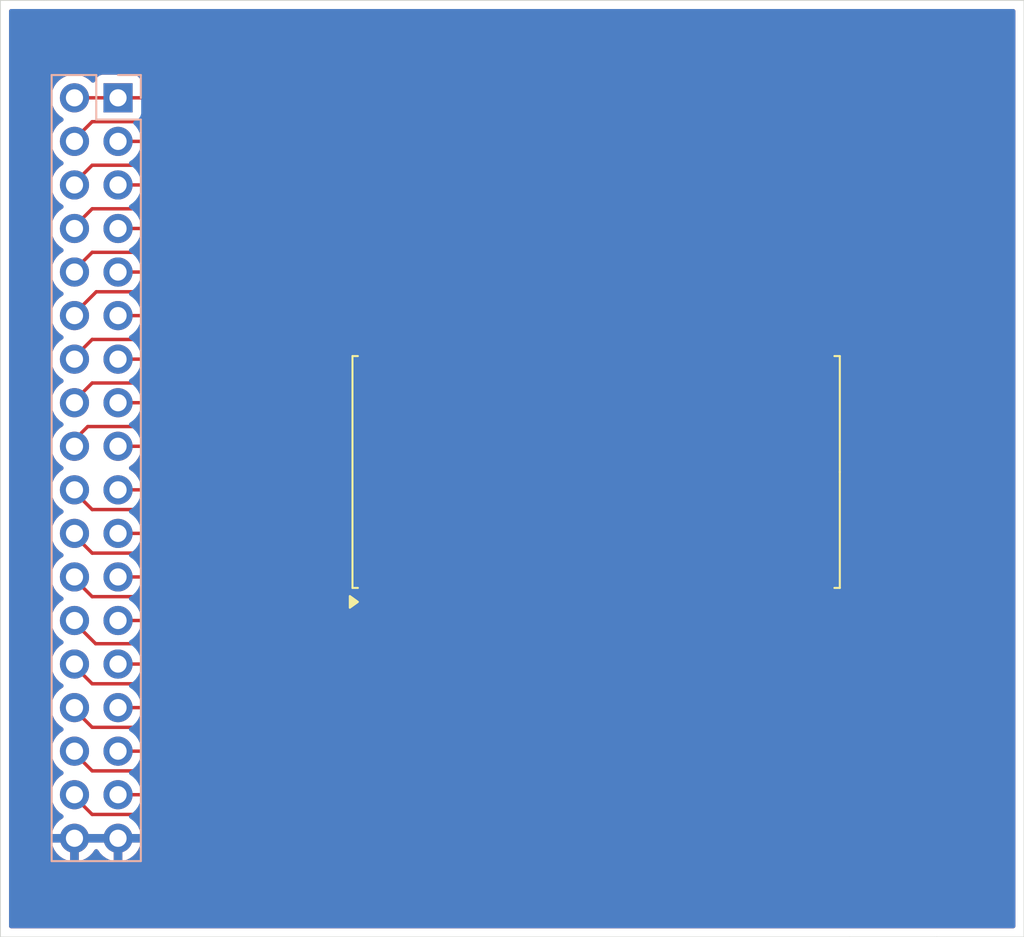
<source format=kicad_pcb>
(kicad_pcb (version 20240108) (generator "pcbnew") (generator_version "8.0")
  (layers (0 "F.Cu" signal) (31 "B.Cu" signal) (34 "B.Paste" user) (35 "F.Paste" user) (36 "B.SilkS" user "B.Silkscreen") (37 "F.SilkS" user "F.Silkscreen") (38 "B.Mask" user) (39 "F.Mask" user) (44 "Edge.Cuts" user))
  (net 0 "")
  (net 1 "GND")
  (net 2 "+5V")
  (net 3 "Net-(U1-D22)")
  (net 11 "Net-(U1-D23)")
  (net 12 "Net-(U1-D25)")
  (net 13 "Net-(U1-D24)")
  (net 14 "Net-(U1-D26)")
  (net 15 "Net-(U1-D27)")
  (net 16 "Net-(U1-D31)")
  (net 17 "Net-(U1-D29)")
  (net 18 "Net-(U1-D32)")
  (net 19 "Net-(U1-D33)")
  (net 20 "Net-(U1-D34)")
  (net 21 "Net-(U1-D35)")
  (net 22 "Net-(U1-D36)")
  (net 23 "Net-(U1-D37)")
  (net 24 "Net-(U1-D52)")
  (net 25 "Net-(U1-D53)")
  (net 26 "Net-(U1-D50)")
  (net 27 "Net-(U1-D51)")
  (net 28 "Net-(U1-D48)")
  (net 29 "Net-(U1-D49)")
  (net 30 "Net-(U1-D47)")
  (net 31 "Net-(U1-D39)")
  (net 32 "Net-(U1-D38)")
  (net 33 "Net-(U1-D45)")
  (net 34 "Net-(U1-D41)")
  (net 35 "Net-(U1-D43)")
  (net 36 "Net-(U1-D42)")
  (net 37 "Net-(U1-D46)")
  (net 38 "Net-(U1-D44)")
  (net 39 "Net-(U1-D40)")
  (net 40 "Net-(U1-D30)")
  (net 41 "Net-(U1-D28)")
  (footprint "Package_SO:SOP-44_13.3x28.2mm_P1.27mm" (layer "F.Cu") (at 146.5 91 90)
    (property "Reference" "U2" (hide yes))
    (property "Value" "~")
    (fp_line (start 6.76 -14.21) (end 6.76 -13.895) (stroke (width 0.12)) (layer "F.SilkS"))
    (fp_line (start 0 -14.21) (end 6.76 -14.21) (stroke (width 0.12)) (layer "F.SilkS"))
    (fp_line (start 0 -14.21) (end -6.76 -14.21) (stroke (width 0.12)) (layer "F.SilkS"))
    (fp_line (start -6.76 -14.21) (end -6.76 -13.895) (stroke (width 0.12)) (layer "F.SilkS"))
    (fp_line (start 6.76 14.21) (end 6.76 13.895) (stroke (width 0.12)) (layer "F.SilkS"))
    (fp_line (start 0 14.21) (end 6.76 14.21) (stroke (width 0.12)) (layer "F.SilkS"))
    (fp_line (start 0 14.21) (end -6.76 14.21) (stroke (width 0.12)) (layer "F.SilkS"))
    (fp_line (start -6.76 14.21) (end -6.76 13.895) (stroke (width 0.12)) (layer "F.SilkS"))
    (fp_poly (pts (xy -7.575 -13.895) (xy -7.915 -14.365) (xy -7.235 -14.365) (xy -7.575 -13.895)) (stroke (width 0.12)) (fill solid) (layer "F.SilkS"))
    (pad "1" smd roundrect (at -7.575 -13.335 90) (size 1.85 0.6) (layers "F.Cu" "F.Paste" "F.Mask"))
    (pad "2" smd roundrect (at -7.575 -12.065 90) (size 1.85 0.6) (layers "F.Cu" "F.Paste" "F.Mask") (net 33 "Net-(U1-D45)"))
    (pad "3" smd roundrect (at -7.575 -10.795 90) (size 1.85 0.6) (layers "F.Cu" "F.Paste" "F.Mask") (net 36 "Net-(U1-D42)"))
    (pad "4" smd roundrect (at -7.575 -9.525 90) (size 1.85 0.6) (layers "F.Cu" "F.Paste" "F.Mask") (net 35 "Net-(U1-D43)"))
    (pad "5" smd roundrect (at -7.575 -8.255 90) (size 1.85 0.6) (layers "F.Cu" "F.Paste" "F.Mask") (net 39 "Net-(U1-D40)"))
    (pad "6" smd roundrect (at -7.575 -6.985 90) (size 1.85 0.6) (layers "F.Cu" "F.Paste" "F.Mask") (net 34 "Net-(U1-D41)"))
    (pad "7" smd roundrect (at -7.575 -5.715 90) (size 1.85 0.6) (layers "F.Cu" "F.Paste" "F.Mask") (net 32 "Net-(U1-D38)"))
    (pad "8" smd roundrect (at -7.575 -4.445 90) (size 1.85 0.6) (layers "F.Cu" "F.Paste" "F.Mask") (net 31 "Net-(U1-D39)"))
    (pad "9" smd roundrect (at -7.575 -3.175 90) (size 1.85 0.6) (layers "F.Cu" "F.Paste" "F.Mask") (net 38 "Net-(U1-D44)"))
    (pad "10" smd roundrect (at -7.575 -1.905 90) (size 1.85 0.6) (layers "F.Cu" "F.Paste" "F.Mask") (net 30 "Net-(U1-D47)"))
    (pad "11" smd roundrect (at -7.575 -0.635 90) (size 1.85 0.6) (layers "F.Cu" "F.Paste" "F.Mask") (net 37 "Net-(U1-D46)"))
    (pad "12" smd roundrect (at -7.575 0.635 90) (size 1.85 0.6) (layers "F.Cu" "F.Paste" "F.Mask") (net 29 "Net-(U1-D49)"))
    (pad "13" smd roundrect (at -7.575 1.905 90) (size 1.85 0.6) (layers "F.Cu" "F.Paste" "F.Mask") (net 1 "GND"))
    (pad "14" smd roundrect (at -7.575 3.175 90) (size 1.85 0.6) (layers "F.Cu" "F.Paste" "F.Mask") (net 28 "Net-(U1-D48)"))
    (pad "15" smd roundrect (at -7.575 4.445 90) (size 1.85 0.6) (layers "F.Cu" "F.Paste" "F.Mask") (net 27 "Net-(U1-D51)"))
    (pad "16" smd roundrect (at -7.575 5.715 90) (size 1.85 0.6) (layers "F.Cu" "F.Paste" "F.Mask"))
    (pad "17" smd roundrect (at -7.575 6.985 90) (size 1.85 0.6) (layers "F.Cu" "F.Paste" "F.Mask") (net 26 "Net-(U1-D50)"))
    (pad "18" smd roundrect (at -7.575 8.255 90) (size 1.85 0.6) (layers "F.Cu" "F.Paste" "F.Mask"))
    (pad "19" smd roundrect (at -7.575 9.525 90) (size 1.85 0.6) (layers "F.Cu" "F.Paste" "F.Mask") (net 25 "Net-(U1-D53)"))
    (pad "20" smd roundrect (at -7.575 10.795 90) (size 1.85 0.6) (layers "F.Cu" "F.Paste" "F.Mask"))
    (pad "21" smd roundrect (at -7.575 12.065 90) (size 1.85 0.6) (layers "F.Cu" "F.Paste" "F.Mask") (net 24 "Net-(U1-D52)"))
    (pad "22" smd roundrect (at -7.575 13.335 90) (size 1.85 0.6) (layers "F.Cu" "F.Paste" "F.Mask"))
    (pad "23" smd roundrect (at 7.575 13.335 90) (size 1.85 0.6) (layers "F.Cu" "F.Paste" "F.Mask") (net 2 "+5V"))
    (pad "24" smd roundrect (at 7.575 12.065 90) (size 1.85 0.6) (layers "F.Cu" "F.Paste" "F.Mask") (net 3 "Net-(U1-D22)"))
    (pad "25" smd roundrect (at 7.575 10.795 90) (size 1.85 0.6) (layers "F.Cu" "F.Paste" "F.Mask"))
    (pad "26" smd roundrect (at 7.575 9.525 90) (size 1.85 0.6) (layers "F.Cu" "F.Paste" "F.Mask") (net 11 "Net-(U1-D23)"))
    (pad "27" smd roundrect (at 7.575 8.255 90) (size 1.85 0.6) (layers "F.Cu" "F.Paste" "F.Mask"))
    (pad "28" smd roundrect (at 7.575 6.985 90) (size 1.85 0.6) (layers "F.Cu" "F.Paste" "F.Mask") (net 13 "Net-(U1-D24)"))
    (pad "29" smd roundrect (at 7.575 5.715 90) (size 1.85 0.6) (layers "F.Cu" "F.Paste" "F.Mask"))
    (pad "30" smd roundrect (at 7.575 4.445 90) (size 1.85 0.6) (layers "F.Cu" "F.Paste" "F.Mask") (net 12 "Net-(U1-D25)"))
    (pad "31" smd roundrect (at 7.575 3.175 90) (size 1.85 0.6) (layers "F.Cu" "F.Paste" "F.Mask") (net 14 "Net-(U1-D26)"))
    (pad "32" smd roundrect (at 7.575 1.905 90) (size 1.85 0.6) (layers "F.Cu" "F.Paste" "F.Mask") (net 1 "GND"))
    (pad "33" smd roundrect (at 7.575 0.635 90) (size 1.85 0.6) (layers "F.Cu" "F.Paste" "F.Mask") (net 1 "GND"))
    (pad "34" smd roundrect (at 7.575 -0.635 90) (size 1.85 0.6) (layers "F.Cu" "F.Paste" "F.Mask") (net 15 "Net-(U1-D27)"))
    (pad "35" smd roundrect (at 7.575 -1.905 90) (size 1.85 0.6) (layers "F.Cu" "F.Paste" "F.Mask") (net 41 "Net-(U1-D28)"))
    (pad "36" smd roundrect (at 7.575 -3.175 90) (size 1.85 0.6) (layers "F.Cu" "F.Paste" "F.Mask") (net 17 "Net-(U1-D29)"))
    (pad "37" smd roundrect (at 7.575 -4.445 90) (size 1.85 0.6) (layers "F.Cu" "F.Paste" "F.Mask") (net 40 "Net-(U1-D30)"))
    (pad "38" smd roundrect (at 7.575 -5.715 90) (size 1.85 0.6) (layers "F.Cu" "F.Paste" "F.Mask") (net 23 "Net-(U1-D37)"))
    (pad "39" smd roundrect (at 7.575 -6.985 90) (size 1.85 0.6) (layers "F.Cu" "F.Paste" "F.Mask") (net 22 "Net-(U1-D36)"))
    (pad "40" smd roundrect (at 7.575 -8.255 90) (size 1.85 0.6) (layers "F.Cu" "F.Paste" "F.Mask") (net 21 "Net-(U1-D35)"))
    (pad "41" smd roundrect (at 7.575 -9.525 90) (size 1.85 0.6) (layers "F.Cu" "F.Paste" "F.Mask") (net 20 "Net-(U1-D34)"))
    (pad "42" smd roundrect (at 7.575 -10.795 90) (size 1.85 0.6) (layers "F.Cu" "F.Paste" "F.Mask") (net 19 "Net-(U1-D33)"))
    (pad "43" smd roundrect (at 7.575 -12.065 90) (size 1.85 0.6) (layers "F.Cu" "F.Paste" "F.Mask") (net 18 "Net-(U1-D32)"))
    (pad "44" smd roundrect (at 7.575 -13.335 90) (size 1.85 0.6) (layers "F.Cu" "F.Paste" "F.Mask") (net 16 "Net-(U1-D31)"))
  )
  (footprint "Connector_PinHeader_2.54mm:PinHeader_2x18_P2.54mm_Vertical" (layer "B.Cu") (at 118.618 69.18 180)
    (property "Reference" "U1" (hide yes))
    (property "Value" "~")
    (fp_line (start 3.87 1.33) (end 1.27 1.33) (stroke (width 0.12)) (layer "B.SilkS"))
    (fp_line (start 3.87 -44.51) (end 3.87 1.33) (stroke (width 0.12)) (layer "B.SilkS"))
    (fp_line (start 3.87 -44.51) (end -1.33 -44.51) (stroke (width 0.12)) (layer "B.SilkS"))
    (fp_line (start 1.27 1.33) (end 1.27 -1.27) (stroke (width 0.12)) (layer "B.SilkS"))
    (fp_line (start 1.27 -1.27) (end -1.33 -1.27) (stroke (width 0.12)) (layer "B.SilkS"))
    (fp_line (start 0 1.33) (end -1.33 1.33) (stroke (width 0.12)) (layer "B.SilkS"))
    (fp_line (start -1.33 1.33) (end -1.33 0) (stroke (width 0.12)) (layer "B.SilkS"))
    (fp_line (start -1.33 -44.51) (end -1.33 -1.27) (stroke (width 0.12)) (layer "B.SilkS"))
    (pad "1" thru_hole rect (at 0 0 180) (size 1.7 1.7) (drill 1) (layers "*.Cu" "*.Mask") (net 2 "+5V"))
    (pad "2" thru_hole oval (at 2.54 0 180) (size 1.7 1.7) (drill 1) (layers "*.Cu" "*.Mask") (net 2 "+5V"))
    (pad "3" thru_hole oval (at 0 -2.54 180) (size 1.7 1.7) (drill 1) (layers "*.Cu" "*.Mask") (net 11 "Net-(U1-D23)"))
    (pad "4" thru_hole oval (at 2.54 -2.54 180) (size 1.7 1.7) (drill 1) (layers "*.Cu" "*.Mask") (net 3 "Net-(U1-D22)"))
    (pad "5" thru_hole oval (at 0 -5.08 180) (size 1.7 1.7) (drill 1) (layers "*.Cu" "*.Mask") (net 12 "Net-(U1-D25)"))
    (pad "6" thru_hole oval (at 2.54 -5.08 180) (size 1.7 1.7) (drill 1) (layers "*.Cu" "*.Mask") (net 13 "Net-(U1-D24)"))
    (pad "7" thru_hole oval (at 0 -7.62 180) (size 1.7 1.7) (drill 1) (layers "*.Cu" "*.Mask") (net 15 "Net-(U1-D27)"))
    (pad "8" thru_hole oval (at 2.54 -7.62 180) (size 1.7 1.7) (drill 1) (layers "*.Cu" "*.Mask") (net 14 "Net-(U1-D26)"))
    (pad "9" thru_hole oval (at 0 -10.16 180) (size 1.7 1.7) (drill 1) (layers "*.Cu" "*.Mask") (net 17 "Net-(U1-D29)"))
    (pad "10" thru_hole oval (at 2.54 -10.16 180) (size 1.7 1.7) (drill 1) (layers "*.Cu" "*.Mask") (net 41 "Net-(U1-D28)"))
    (pad "11" thru_hole oval (at 0 -12.7 180) (size 1.7 1.7) (drill 1) (layers "*.Cu" "*.Mask") (net 16 "Net-(U1-D31)"))
    (pad "12" thru_hole oval (at 2.54 -12.7 180) (size 1.7 1.7) (drill 1) (layers "*.Cu" "*.Mask") (net 40 "Net-(U1-D30)"))
    (pad "13" thru_hole oval (at 0 -15.24 180) (size 1.7 1.7) (drill 1) (layers "*.Cu" "*.Mask") (net 19 "Net-(U1-D33)"))
    (pad "14" thru_hole oval (at 2.54 -15.24 180) (size 1.7 1.7) (drill 1) (layers "*.Cu" "*.Mask") (net 18 "Net-(U1-D32)"))
    (pad "15" thru_hole oval (at 0 -17.78 180) (size 1.7 1.7) (drill 1) (layers "*.Cu" "*.Mask") (net 21 "Net-(U1-D35)"))
    (pad "16" thru_hole oval (at 2.54 -17.78 180) (size 1.7 1.7) (drill 1) (layers "*.Cu" "*.Mask") (net 20 "Net-(U1-D34)"))
    (pad "17" thru_hole oval (at 0 -20.32 180) (size 1.7 1.7) (drill 1) (layers "*.Cu" "*.Mask") (net 23 "Net-(U1-D37)"))
    (pad "18" thru_hole oval (at 2.54 -20.32 180) (size 1.7 1.7) (drill 1) (layers "*.Cu" "*.Mask") (net 22 "Net-(U1-D36)"))
    (pad "19" thru_hole oval (at 0 -22.86 180) (size 1.7 1.7) (drill 1) (layers "*.Cu" "*.Mask") (net 31 "Net-(U1-D39)"))
    (pad "20" thru_hole oval (at 2.54 -22.86 180) (size 1.7 1.7) (drill 1) (layers "*.Cu" "*.Mask") (net 32 "Net-(U1-D38)"))
    (pad "21" thru_hole oval (at 0 -25.4 180) (size 1.7 1.7) (drill 1) (layers "*.Cu" "*.Mask") (net 34 "Net-(U1-D41)"))
    (pad "22" thru_hole oval (at 2.54 -25.4 180) (size 1.7 1.7) (drill 1) (layers "*.Cu" "*.Mask") (net 39 "Net-(U1-D40)"))
    (pad "23" thru_hole oval (at 0 -27.94 180) (size 1.7 1.7) (drill 1) (layers "*.Cu" "*.Mask") (net 35 "Net-(U1-D43)"))
    (pad "24" thru_hole oval (at 2.54 -27.94 180) (size 1.7 1.7) (drill 1) (layers "*.Cu" "*.Mask") (net 36 "Net-(U1-D42)"))
    (pad "25" thru_hole oval (at 0 -30.48 180) (size 1.7 1.7) (drill 1) (layers "*.Cu" "*.Mask") (net 33 "Net-(U1-D45)"))
    (pad "26" thru_hole oval (at 2.54 -30.48 180) (size 1.7 1.7) (drill 1) (layers "*.Cu" "*.Mask") (net 38 "Net-(U1-D44)"))
    (pad "27" thru_hole oval (at 0 -33.02 180) (size 1.7 1.7) (drill 1) (layers "*.Cu" "*.Mask") (net 30 "Net-(U1-D47)"))
    (pad "28" thru_hole oval (at 2.54 -33.02 180) (size 1.7 1.7) (drill 1) (layers "*.Cu" "*.Mask") (net 37 "Net-(U1-D46)"))
    (pad "29" thru_hole oval (at 0 -35.56 180) (size 1.7 1.7) (drill 1) (layers "*.Cu" "*.Mask") (net 29 "Net-(U1-D49)"))
    (pad "30" thru_hole oval (at 2.54 -35.56 180) (size 1.7 1.7) (drill 1) (layers "*.Cu" "*.Mask") (net 28 "Net-(U1-D48)"))
    (pad "31" thru_hole oval (at 0 -38.1 180) (size 1.7 1.7) (drill 1) (layers "*.Cu" "*.Mask") (net 27 "Net-(U1-D51)"))
    (pad "32" thru_hole oval (at 2.54 -38.1 180) (size 1.7 1.7) (drill 1) (layers "*.Cu" "*.Mask") (net 26 "Net-(U1-D50)"))
    (pad "33" thru_hole oval (at 0 -40.64 180) (size 1.7 1.7) (drill 1) (layers "*.Cu" "*.Mask") (net 25 "Net-(U1-D53)"))
    (pad "34" thru_hole oval (at 2.54 -40.64 180) (size 1.7 1.7) (drill 1) (layers "*.Cu" "*.Mask") (net 24 "Net-(U1-D52)"))
    (pad "35" thru_hole oval (at 0 -43.18 180) (size 1.7 1.7) (drill 1) (layers "*.Cu" "*.Mask") (net 1 "GND"))
    (pad "36" thru_hole oval (at 2.54 -43.18 180) (size 1.7 1.7) (drill 1) (layers "*.Cu" "*.Mask") (net 1 "GND"))
  )
  (gr_line (start 111.76 63.5) (end 111.76 116.84) (stroke (width 0.05)) (layer "Edge.Cuts"))
  (gr_line (start 114.3 63.5) (end 111.76 63.5) (stroke (width 0.05)) (layer "Edge.Cuts"))
  (gr_line (start 171.45 118.11) (end 171.45 69.85) (stroke (width 0.05)) (layer "Edge.Cuts"))
  (gr_line (start 111.76 116.84) (end 111.76 118.11) (stroke (width 0.05)) (layer "Edge.Cuts"))
  (gr_line (start 166.37 118.11) (end 171.45 118.11) (stroke (width 0.05)) (layer "Edge.Cuts"))
  (gr_line (start 111.76 118.11) (end 161.29 118.11) (stroke (width 0.05)) (layer "Edge.Cuts"))
  (gr_line (start 161.29 118.11) (end 166.37 118.11) (stroke (width 0.05)) (layer "Edge.Cuts"))
  (gr_line (start 171.45 63.5) (end 114.3 63.5) (stroke (width 0.05)) (layer "Edge.Cuts"))
  (gr_line (start 171.45 69.85) (end 171.45 63.5) (stroke (width 0.05)) (layer "Edge.Cuts"))
  (segment (start 120.996 69.18) (end 115.96 69.18) (width 0.2) (layer "F.Cu") (net 2))
  (segment (start 128.486 76.67) (end 120.996 69.18) (width 0.2) (layer "F.Cu") (net 2))
  (segment (start 155.021902 76.67) (end 128.486 76.67) (width 0.2) (layer "F.Cu") (net 2))
  (segment (start 159.835 81.483098) (end 155.021902 76.67) (width 0.2) (layer "F.Cu") (net 2))
  (segment (start 159.835 83.425) (end 159.835 81.483098) (width 0.2) (layer "F.Cu") (net 2))
  (segment (start 154.145244 77.07) (end 128.320314 77.07) (width 0.2) (layer "F.Cu") (net 3))
  (segment (start 128.320314 77.07) (end 121.820314 70.57) (width 0.2) (layer "F.Cu") (net 3))
  (segment (start 158.565 83.425) (end 158.565 81.489756) (width 0.2) (layer "F.Cu") (net 3))
  (segment (start 117.11 70.57) (end 115.96 71.72) (width 0.2) (layer "F.Cu") (net 3))
  (segment (start 121.820314 70.57) (end 117.11 70.57) (width 0.2) (layer "F.Cu") (net 3))
  (segment (start 158.565 81.489756) (end 154.145244 77.07) (width 0.2) (layer "F.Cu") (net 3))
  (segment (start 151.990943 77.47) (end 128.154628 77.47) (width 0.2) (layer "F.Cu") (net 11))
  (segment (start 128.154628 77.47) (end 122.404628 71.72) (width 0.2) (layer "F.Cu") (net 11))
  (segment (start 156.025 83.425) (end 156.025 81.504057) (width 0.2) (layer "F.Cu") (net 11))
  (segment (start 122.404628 71.72) (end 118.5 71.72) (width 0.2) (layer "F.Cu") (net 11))
  (segment (start 156.025 81.504057) (end 151.990943 77.47) (width 0.2) (layer "F.Cu") (net 11))
  (segment (start 123.813256 74.26) (end 118.5 74.26) (width 0.2) (layer "F.Cu") (net 12))
  (segment (start 150.945 83.425) (end 150.945 81.508295) (width 0.2) (layer "F.Cu") (net 12))
  (segment (start 150.945 81.508295) (end 147.776705 78.34) (width 0.2) (layer "F.Cu") (net 12))
  (segment (start 127.893256 78.34) (end 123.813256 74.26) (width 0.2) (layer "F.Cu") (net 12))
  (segment (start 147.776705 78.34) (end 127.893256 78.34) (width 0.2) (layer "F.Cu") (net 12))
  (segment (start 149.879629 77.94) (end 128.058942 77.94) (width 0.2) (layer "F.Cu") (net 13))
  (segment (start 117.11 73.11) (end 115.96 74.26) (width 0.2) (layer "F.Cu") (net 13))
  (segment (start 128.058942 77.94) (end 123.228942 73.11) (width 0.2) (layer "F.Cu") (net 13))
  (segment (start 153.485 83.425) (end 153.485 81.545371) (width 0.2) (layer "F.Cu") (net 13))
  (segment (start 123.228942 73.11) (end 117.11 73.11) (width 0.2) (layer "F.Cu") (net 13))
  (segment (start 153.485 81.545371) (end 149.879629 77.94) (width 0.2) (layer "F.Cu") (net 13))
  (segment (start 127.72757 78.74) (end 124.63757 75.65) (width 0.2) (layer "F.Cu") (net 14))
  (segment (start 124.63757 75.65) (end 117.11 75.65) (width 0.2) (layer "F.Cu") (net 14))
  (segment (start 146.911245 78.74) (end 127.72757 78.74) (width 0.2) (layer "F.Cu") (net 14))
  (segment (start 149.675 83.425) (end 149.675 81.503755) (width 0.2) (layer "F.Cu") (net 14))
  (segment (start 149.675 81.503755) (end 146.911245 78.74) (width 0.2) (layer "F.Cu") (net 14))
  (segment (start 117.11 75.65) (end 115.96 76.8) (width 0.2) (layer "F.Cu") (net 14))
  (segment (start 145.865 81.462138) (end 145.865 83.425) (width 0.2) (layer "F.Cu") (net 15))
  (segment (start 125.221884 76.8) (end 127.631884 79.21) (width 0.2) (layer "F.Cu") (net 15))
  (segment (start 143.612862 79.21) (end 145.865 81.462138) (width 0.2) (layer "F.Cu") (net 15))
  (segment (start 127.631884 79.21) (end 143.612862 79.21) (width 0.2) (layer "F.Cu") (net 15))
  (segment (start 118.5 76.8) (end 125.221884 76.8) (width 0.2) (layer "F.Cu") (net 15))
  (segment (start 128.502 87.1) (end 123.282 81.88) (width 0.2) (layer "F.Cu") (net 16))
  (segment (start 133.165 85.25129) (end 131.31629 87.1) (width 0.2) (layer "F.Cu") (net 16))
  (segment (start 131.31629 87.1) (end 128.502 87.1) (width 0.2) (layer "F.Cu") (net 16))
  (segment (start 133.165 83.425) (end 133.165 85.25129) (width 0.2) (layer "F.Cu") (net 16))
  (segment (start 123.282 81.88) (end 118.5 81.88) (width 0.2) (layer "F.Cu") (net 16))
  (segment (start 126.629645 79.339133) (end 127.300512 80.01) (width 0.2) (layer "F.Cu") (net 17))
  (segment (start 118.500867 79.339133) (end 126.629645 79.339133) (width 0.2) (layer "F.Cu") (net 17))
  (segment (start 143.325 81.447459) (end 143.325 83.425) (width 0.2) (layer "F.Cu") (net 17))
  (segment (start 141.887541 80.01) (end 143.325 81.447459) (width 0.2) (layer "F.Cu") (net 17))
  (segment (start 118.5 79.34) (end 118.500867 79.339133) (width 0.2) (layer "F.Cu") (net 17))
  (segment (start 127.300512 80.01) (end 141.887541 80.01) (width 0.2) (layer "F.Cu") (net 17))
  (segment (start 117.11 83.27) (end 124.106314 83.27) (width 0.2) (layer "F.Cu") (net 18))
  (segment (start 134.435 85.242647) (end 134.435 83.425) (width 0.2) (layer "F.Cu") (net 18))
  (segment (start 124.106314 83.27) (end 128.336314 87.5) (width 0.2) (layer "F.Cu") (net 18))
  (segment (start 132.177647 87.5) (end 134.435 85.242647) (width 0.2) (layer "F.Cu") (net 18))
  (segment (start 128.336314 87.5) (end 132.177647 87.5) (width 0.2) (layer "F.Cu") (net 18))
  (segment (start 115.96 84.42) (end 117.11 83.27) (width 0.2) (layer "F.Cu") (net 18))
  (segment (start 118.5 84.42) (end 124.690628 84.42) (width 0.2) (layer "F.Cu") (net 19))
  (segment (start 124.690628 84.42) (end 128.170628 87.9) (width 0.2) (layer "F.Cu") (net 19))
  (segment (start 128.170628 87.9) (end 133.044352 87.9) (width 0.2) (layer "F.Cu") (net 19))
  (segment (start 133.044352 87.9) (end 135.705 85.239352) (width 0.2) (layer "F.Cu") (net 19))
  (segment (start 135.705 85.239352) (end 135.705 83.425) (width 0.2) (layer "F.Cu") (net 19))
  (segment (start 128.004942 88.3) (end 133.935942 88.3) (width 0.2) (layer "F.Cu") (net 20))
  (segment (start 115.96 86.96) (end 117.11 85.81) (width 0.2) (layer "F.Cu") (net 20))
  (segment (start 133.935942 88.3) (end 136.975 85.260942) (width 0.2) (layer "F.Cu") (net 20))
  (segment (start 136.975 85.260942) (end 136.975 83.425) (width 0.2) (layer "F.Cu") (net 20))
  (segment (start 117.11 85.81) (end 125.514942 85.81) (width 0.2) (layer "F.Cu") (net 20))
  (segment (start 125.514942 85.81) (end 128.004942 88.3) (width 0.2) (layer "F.Cu") (net 20))
  (segment (start 134.790204 88.7) (end 127.839256 88.7) (width 0.2) (layer "F.Cu") (net 21))
  (segment (start 138.245 85.245204) (end 134.790204 88.7) (width 0.2) (layer "F.Cu") (net 21))
  (segment (start 127.839256 88.7) (end 126.099256 86.96) (width 0.2) (layer "F.Cu") (net 21))
  (segment (start 138.245 83.425) (end 138.245 85.245204) (width 0.2) (layer "F.Cu") (net 21))
  (segment (start 126.099256 86.96) (end 118.5 86.96) (width 0.2) (layer "F.Cu") (net 21))
  (segment (start 126.92357 88.35) (end 116.85 88.35) (width 0.2) (layer "F.Cu") (net 22))
  (segment (start 127.67357 89.1) (end 126.92357 88.35) (width 0.2) (layer "F.Cu") (net 22))
  (segment (start 139.515 85.249374) (end 135.664374 89.1) (width 0.2) (layer "F.Cu") (net 22))
  (segment (start 135.664374 89.1) (end 127.67357 89.1) (width 0.2) (layer "F.Cu") (net 22))
  (segment (start 139.515 83.425) (end 139.515 85.249374) (width 0.2) (layer "F.Cu") (net 22))
  (segment (start 116.85 88.35) (end 115.96 89.24) (width 0.2) (layer "F.Cu") (net 22))
  (segment (start 115.96 89.24) (end 115.96 89.5) (width 0.2) (layer "F.Cu") (net 22))
  (segment (start 118.5 89.5) (end 136.524663 89.5) (width 0.2) (layer "F.Cu") (net 23))
  (segment (start 136.524663 89.5) (end 140.785 85.239663) (width 0.2) (layer "F.Cu") (net 23))
  (segment (start 140.785 85.239663) (end 140.785 83.425) (width 0.2) (layer "F.Cu") (net 23))
  (segment (start 158.565 100.19069) (end 158.565 98.575) (width 0.2) (layer "F.Cu") (net 24))
  (segment (start 117.11 110.97) (end 121.694 110.97) (width 0.2) (layer "F.Cu") (net 24))
  (segment (start 154.541885 104.213805) (end 158.565 100.19069) (width 0.2) (layer "F.Cu") (net 24))
  (segment (start 121.694 110.97) (end 128.450195 104.213805) (width 0.2) (layer "F.Cu") (net 24))
  (segment (start 115.96 109.82) (end 117.11 110.97) (width 0.2) (layer "F.Cu") (net 24))
  (segment (start 128.450195 104.213805) (end 154.541885 104.213805) (width 0.2) (layer "F.Cu") (net 24))
  (segment (start 156.025 98.575) (end 156.025 100.188572) (width 0.2) (layer "F.Cu") (net 25))
  (segment (start 122.278314 109.82) (end 118.5 109.82) (width 0.2) (layer "F.Cu") (net 25))
  (segment (start 128.284509 103.813805) (end 122.278314 109.82) (width 0.2) (layer "F.Cu") (net 25))
  (segment (start 156.025 100.188572) (end 152.399767 103.813805) (width 0.2) (layer "F.Cu") (net 25))
  (segment (start 152.399767 103.813805) (end 128.284509 103.813805) (width 0.2) (layer "F.Cu") (net 25))
  (segment (start 153.485 100.197651) (end 153.485 98.575) (width 0.2) (layer "F.Cu") (net 26))
  (segment (start 128.118823 103.413805) (end 150.268846 103.413805) (width 0.2) (layer "F.Cu") (net 26))
  (segment (start 150.268846 103.413805) (end 153.485 100.197651) (width 0.2) (layer "F.Cu") (net 26))
  (segment (start 115.96 107.28) (end 117.11 108.43) (width 0.2) (layer "F.Cu") (net 26))
  (segment (start 117.11 108.43) (end 123.102628 108.43) (width 0.2) (layer "F.Cu") (net 26))
  (segment (start 123.102628 108.43) (end 128.118823 103.413805) (width 0.2) (layer "F.Cu") (net 26))
  (segment (start 148.121128 103.013805) (end 150.945 100.189933) (width 0.2) (layer "F.Cu") (net 27))
  (segment (start 150.945 100.189933) (end 150.945 98.575) (width 0.2) (layer "F.Cu") (net 27))
  (segment (start 118.5 107.28) (end 123.686942 107.28) (width 0.2) (layer "F.Cu") (net 27))
  (segment (start 127.953137 103.013805) (end 148.121128 103.013805) (width 0.2) (layer "F.Cu") (net 27))
  (segment (start 123.686942 107.28) (end 127.953137 103.013805) (width 0.2) (layer "F.Cu") (net 27))
  (segment (start 117.11 105.89) (end 124.511256 105.89) (width 0.2) (layer "F.Cu") (net 28))
  (segment (start 115.96 104.74) (end 117.11 105.89) (width 0.2) (layer "F.Cu") (net 28))
  (segment (start 127.787451 102.613805) (end 147.23887 102.613805) (width 0.2) (layer "F.Cu") (net 28))
  (segment (start 149.675 100.177675) (end 149.675 98.575) (width 0.2) (layer "F.Cu") (net 28))
  (segment (start 124.511256 105.89) (end 127.787451 102.613805) (width 0.2) (layer "F.Cu") (net 28))
  (segment (start 147.23887 102.613805) (end 149.675 100.177675) (width 0.2) (layer "F.Cu") (net 28))
  (segment (start 127.621765 102.213805) (end 145.124748 102.213805) (width 0.2) (layer "F.Cu") (net 29))
  (segment (start 118.5 104.74) (end 125.09557 104.74) (width 0.2) (layer "F.Cu") (net 29))
  (segment (start 145.124748 102.213805) (end 147.135 100.203553) (width 0.2) (layer "F.Cu") (net 29))
  (segment (start 125.09557 104.74) (end 127.621765 102.213805) (width 0.2) (layer "F.Cu") (net 29))
  (segment (start 147.135 100.203553) (end 147.135 98.575) (width 0.2) (layer "F.Cu") (net 29))
  (segment (start 143.416225 101.413805) (end 144.595 100.23503) (width 0.2) (layer "F.Cu") (net 30))
  (segment (start 127.290393 101.413805) (end 143.416225 101.413805) (width 0.2) (layer "F.Cu") (net 30))
  (segment (start 118.5 102.2) (end 126.504198 102.2) (width 0.2) (layer "F.Cu") (net 30))
  (segment (start 126.504198 102.2) (end 127.290393 101.413805) (width 0.2) (layer "F.Cu") (net 30))
  (segment (start 144.595 100.23503) (end 144.595 98.575) (width 0.2) (layer "F.Cu") (net 30))
  (segment (start 137.547981 92.04) (end 142.055 96.547019) (width 0.2) (layer "F.Cu") (net 31))
  (segment (start 142.055 96.547019) (end 142.055 98.575) (width 0.2) (layer "F.Cu") (net 31))
  (segment (start 118.5 92.04) (end 137.547981 92.04) (width 0.2) (layer "F.Cu") (net 31))
  (segment (start 126.99357 93.19) (end 117.11 93.19) (width 0.2) (layer "F.Cu") (net 32))
  (segment (start 136.682521 92.44) (end 127.74357 92.44) (width 0.2) (layer "F.Cu") (net 32))
  (segment (start 140.785 98.575) (end 140.785 96.542479) (width 0.2) (layer "F.Cu") (net 32))
  (segment (start 127.74357 92.44) (end 126.99357 93.19) (width 0.2) (layer "F.Cu") (net 32))
  (segment (start 117.11 93.19) (end 115.96 92.04) (width 0.2) (layer "F.Cu") (net 32))
  (segment (start 140.785 96.542479) (end 136.682521 92.44) (width 0.2) (layer "F.Cu") (net 32))
  (segment (start 134.435 96.581372) (end 132.293628 94.44) (width 0.2) (layer "F.Cu") (net 33))
  (segment (start 132.293628 94.44) (end 128.572 94.44) (width 0.2) (layer "F.Cu") (net 33))
  (segment (start 128.572 94.44) (end 123.352 99.66) (width 0.2) (layer "F.Cu") (net 33))
  (segment (start 134.435 98.575) (end 134.435 96.581372) (width 0.2) (layer "F.Cu") (net 33))
  (segment (start 123.352 99.66) (end 118.5 99.66) (width 0.2) (layer "F.Cu") (net 33))
  (segment (start 126.169256 94.58) (end 118.5 94.58) (width 0.2) (layer "F.Cu") (net 34))
  (segment (start 139.515 96.554737) (end 135.800263 92.84) (width 0.2) (layer "F.Cu") (net 34))
  (segment (start 127.909256 92.84) (end 126.169256 94.58) (width 0.2) (layer "F.Cu") (net 34))
  (segment (start 139.515 98.575) (end 139.515 96.554737) (width 0.2) (layer "F.Cu") (net 34))
  (segment (start 135.800263 92.84) (end 127.909256 92.84) (width 0.2) (layer "F.Cu") (net 34))
  (segment (start 124.760628 97.12) (end 118.5 97.12) (width 0.2) (layer "F.Cu") (net 35))
  (segment (start 136.975 96.534459) (end 134.080541 93.64) (width 0.2) (layer "F.Cu") (net 35))
  (segment (start 134.080541 93.64) (end 128.240628 93.64) (width 0.2) (layer "F.Cu") (net 35))
  (segment (start 136.975 98.575) (end 136.975 96.534459) (width 0.2) (layer "F.Cu") (net 35))
  (segment (start 128.240628 93.64) (end 124.760628 97.12) (width 0.2) (layer "F.Cu") (net 35))
  (segment (start 133.23188 94.04) (end 135.705 96.51312) (width 0.2) (layer "F.Cu") (net 36))
  (segment (start 124.176314 98.27) (end 128.406314 94.04) (width 0.2) (layer "F.Cu") (net 36))
  (segment (start 135.705 96.51312) (end 135.705 98.575) (width 0.2) (layer "F.Cu") (net 36))
  (segment (start 117.11 98.27) (end 124.176314 98.27) (width 0.2) (layer "F.Cu") (net 36))
  (segment (start 115.96 97.12) (end 117.11 98.27) (width 0.2) (layer "F.Cu") (net 36))
  (segment (start 128.406314 94.04) (end 133.23188 94.04) (width 0.2) (layer "F.Cu") (net 36))
  (segment (start 145.865 100.208092) (end 145.865 98.575) (width 0.2) (layer "F.Cu") (net 37))
  (segment (start 115.96 102.2) (end 117.11 103.35) (width 0.2) (layer "F.Cu") (net 37))
  (segment (start 144.259287 101.813805) (end 145.865 100.208092) (width 0.2) (layer "F.Cu") (net 37))
  (segment (start 117.11 103.35) (end 125.919884 103.35) (width 0.2) (layer "F.Cu") (net 37))
  (segment (start 125.919884 103.35) (end 127.456079 101.813805) (width 0.2) (layer "F.Cu") (net 37))
  (segment (start 127.456079 101.813805) (end 144.259287 101.813805) (width 0.2) (layer "F.Cu") (net 37))
  (segment (start 142.481832 101.013805) (end 143.325 100.170637) (width 0.2) (layer "F.Cu") (net 38))
  (segment (start 117.313805 101.013805) (end 142.481832 101.013805) (width 0.2) (layer "F.Cu") (net 38))
  (segment (start 115.96 99.66) (end 117.313805 101.013805) (width 0.2) (layer "F.Cu") (net 38))
  (segment (start 143.325 100.170637) (end 143.325 98.575) (width 0.2) (layer "F.Cu") (net 38))
  (segment (start 128.074942 93.24) (end 134.946001 93.24) (width 0.2) (layer "F.Cu") (net 39))
  (segment (start 134.946001 93.24) (end 138.245 96.538999) (width 0.2) (layer "F.Cu") (net 39))
  (segment (start 125.584942 95.73) (end 128.074942 93.24) (width 0.2) (layer "F.Cu") (net 39))
  (segment (start 117.11 95.73) (end 125.584942 95.73) (width 0.2) (layer "F.Cu") (net 39))
  (segment (start 138.245 96.538999) (end 138.245 98.575) (width 0.2) (layer "F.Cu") (net 39))
  (segment (start 115.96 94.58) (end 117.11 95.73) (width 0.2) (layer "F.Cu") (net 39))
  (segment (start 117.35 80.49) (end 115.96 81.88) (width 0.2) (layer "F.Cu") (net 40))
  (segment (start 141.055 80.49) (end 117.35 80.49) (width 0.2) (layer "F.Cu") (net 40))
  (segment (start 142.055 81.49) (end 141.055 80.49) (width 0.2) (layer "F.Cu") (net 40))
  (segment (start 142.055 83.425) (end 142.055 81.49) (width 0.2) (layer "F.Cu") (net 40))
  (segment (start 126.046198 78.19) (end 117.11 78.19) (width 0.2) (layer "F.Cu") (net 41))
  (segment (start 144.595 81.502394) (end 142.702606 79.61) (width 0.2) (layer "F.Cu") (net 41))
  (segment (start 142.702606 79.61) (end 127.466198 79.61) (width 0.2) (layer "F.Cu") (net 41))
  (segment (start 117.11 78.19) (end 115.96 79.34) (width 0.2) (layer "F.Cu") (net 41))
  (segment (start 127.466198 79.61) (end 126.046198 78.19) (width 0.2) (layer "F.Cu") (net 41))
  (segment (start 144.595 83.425) (end 144.595 81.502394) (width 0.2) (layer "F.Cu") (net 41))
  (zone (net 0) (net_name "") (layer "F.Cu") (connect_pads (clearance 0)) (min_thickness 0.25)
    (keepout (tracks allowed) (vias allowed) (pads allowed) (copperpour not_allowed) (footprints allowed))
    (fill (thermal_gap 0.5) (thermal_bridge_width 0.5))
    (polygon (pts (xy 144.272 82.296) (xy 150.114 82.296) (xy 149.86 78.486) (xy 144.018 78.486)))
  )
  (zone (net 0) (net_name "") (layer "F.Cu") (connect_pads (clearance 0)) (min_thickness 0.25)
    (keepout (tracks allowed) (vias allowed) (pads allowed) (copperpour not_allowed) (footprints allowed))
    (fill (thermal_gap 0.5) (thermal_bridge_width 0.5))
    (polygon (pts (xy 146.558 99.822) (xy 150.368 99.822) (xy 149.352 102.87) (xy 145.288 102.362)))
  )
  (zone (net 1) (net_name "GND") (layers "F&B.Cu") (connect_pads (clearance 0.5)) (min_thickness 0.25) (fill yes (thermal_gap 0.5) (thermal_bridge_width 0.5))
    (polygon (pts (xy 171.45 63.5) (xy 171.45 118.11) (xy 111.76 118.11) (xy 111.76 63.5)))
  )
)
</source>
